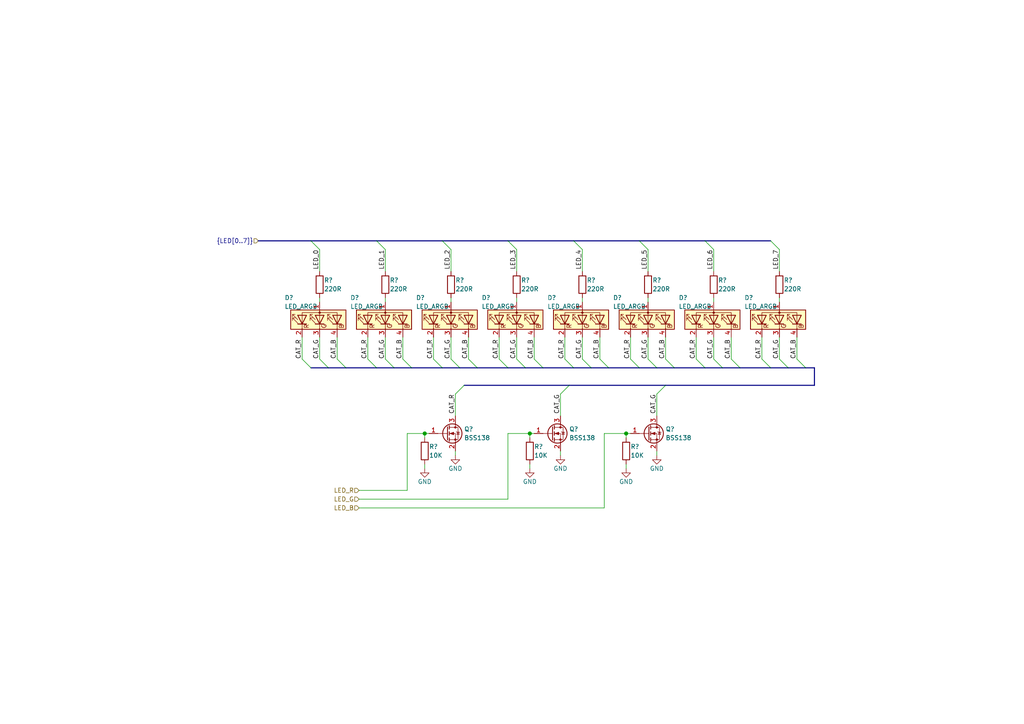
<source format=kicad_sch>
(kicad_sch (version 20200820) (host eeschema "5.99.0-unknown-b0af66afc~103~ubuntu20.04.1")
  (page 3 6)
  (paper "A4")
  (lib_symbols
    (symbol "Device:LED_ARGB" (pin_names (offset 0) hide)
      (property "Reference" "D" (at 0 9.398 0))
      (property "Value" "LED_ARGB" (at 0 -8.89 0))
      (symbol "LED_ARGB_0_1"
        (circle (center 2.032 0) (radius 0.254) (fill (type outline)))
        (rectangle (start 1.27 -1.27) (end 1.27 1.27))
        (rectangle (start 1.27 1.27) (end 1.27 1.27))
        (rectangle (start 1.27 3.81) (end 1.27 6.35))
        (rectangle (start 1.27 6.35) (end 1.27 6.35))
        (rectangle (start 2.794 8.382) (end -2.794 -7.62) (stroke (width 0.254)) (fill (type background)))
        (polyline (pts (xy -1.27 -5.08) (xy -2.54 -5.08)))
        (polyline (pts (xy -1.27 -5.08) (xy 1.27 -5.08)))
        (polyline (pts (xy -1.27 -3.81) (xy -1.27 -6.35)) (stroke (width 0.254)))
        (polyline (pts (xy -1.27 0) (xy -2.54 0)))
        (polyline (pts (xy -1.27 1.27) (xy -1.27 -1.27)) (stroke (width 0.254)))
        (polyline (pts (xy -1.27 5.08) (xy -2.54 5.08)))
        (polyline (pts (xy -1.27 5.08) (xy 1.27 5.08)))
        (polyline (pts (xy -1.27 6.35) (xy -1.27 3.81)) (stroke (width 0.254)))
        (polyline (pts (xy 1.27 0) (xy -1.27 0)))
        (polyline (pts (xy 1.27 0) (xy 2.54 0)))
        (polyline (pts (xy -1.27 1.27) (xy -1.27 -1.27) (xy -1.27 -1.27)))
        (polyline (pts (xy -1.27 6.35) (xy -1.27 3.81) (xy -1.27 3.81)))
        (polyline (pts (xy 1.27 -5.08) (xy 2.032 -5.08) (xy 2.032 5.08) (xy 1.27 5.08)))
        (polyline (pts (xy 1.27 -3.81) (xy 1.27 -6.35) (xy -1.27 -5.08) (xy 1.27 -3.81)) (stroke (width 0.254)))
        (polyline (pts (xy 1.27 1.27) (xy 1.27 -1.27) (xy -1.27 0) (xy 1.27 1.27)) (stroke (width 0.254)))
        (polyline (pts (xy 1.27 6.35) (xy 1.27 3.81) (xy -1.27 5.08) (xy 1.27 6.35)) (stroke (width 0.254)))
        (polyline (pts (xy -1.016 -3.81) (xy 0.508 -2.286) (xy -0.254 -2.286) (xy 0.508 -2.286) (xy 0.508 -3.048)))
        (polyline (pts (xy -1.016 1.27) (xy 0.508 2.794) (xy -0.254 2.794) (xy 0.508 2.794) (xy 0.508 2.032)))
        (polyline (pts (xy -1.016 6.35) (xy 0.508 7.874) (xy -0.254 7.874) (xy 0.508 7.874) (xy 0.508 7.112)))
        (polyline (pts (xy 0 -3.81) (xy 1.524 -2.286) (xy 0.762 -2.286) (xy 1.524 -2.286) (xy 1.524 -3.048)))
        (polyline (pts (xy 0 1.27) (xy 1.524 2.794) (xy 0.762 2.794) (xy 1.524 2.794) (xy 1.524 2.032)))
        (polyline (pts (xy 0 6.35) (xy 1.524 7.874) (xy 0.762 7.874) (xy 1.524 7.874) (xy 1.524 7.112)))
      )
      (symbol "LED_ARGB_0_0"
        (text "B" (at -1.905 -6.35 0) (effects (font (size 1.27 1.27))))
        (text "G" (at -1.905 -1.27 0) (effects (font (size 1.27 1.27))))
        (text "R" (at -1.905 3.81 0) (effects (font (size 1.27 1.27))))
      )
      (symbol "LED_ARGB_1_1"
        (pin passive line (at 5.08 0 180) (length 2.54) (name "A") (number "1"))
        (pin passive line (at -5.08 5.08 0) (length 2.54) (name "RK") (number "2"))
        (pin passive line (at -5.08 0 0) (length 2.54) (name "GK") (number "3"))
        (pin passive line (at -5.08 -5.08 0) (length 2.54) (name "BK") (number "4"))
      )
    )
    (symbol "Device:R" (pin_numbers hide) (pin_names (offset 0))
      (property "Reference" "R" (at 2.032 0 90))
      (property "Value" "R" (at 0 0 90))
      (symbol "R_0_1"
        (rectangle (start -1.016 -2.54) (end 1.016 2.54) (stroke (width 0.254)))
      )
      (symbol "R_1_1"
        (pin passive line (at 0 3.81 270) (length 1.27) (name "~") (number "1"))
        (pin passive line (at 0 -3.81 90) (length 1.27) (name "~") (number "2"))
      )
    )
    (symbol "Transistor_FET:BSS138" (pin_names (offset 0.508) hide)
      (property "Reference" "Q" (at 5.08 1.905 0))
      (property "Value" "BSS138" (at 5.08 0 0))
      (symbol "BSS138_0_1"
        (circle (center 1.651 0) (radius 2.794) (stroke (width 0.254)))
        (circle (center 2.54 -1.778) (radius 0.254) (fill (type outline)))
        (circle (center 2.54 1.778) (radius 0.254) (fill (type outline)))
        (polyline (pts (xy 0.254 0) (xy -2.54 0)))
        (polyline (pts (xy 0.254 1.905) (xy 0.254 -1.905)) (stroke (width 0.254)))
        (polyline (pts (xy 0.762 -1.27) (xy 0.762 -2.286)) (stroke (width 0.254)))
        (polyline (pts (xy 0.762 0.508) (xy 0.762 -0.508)) (stroke (width 0.254)))
        (polyline (pts (xy 0.762 2.286) (xy 0.762 1.27)) (stroke (width 0.254)))
        (polyline (pts (xy 2.54 2.54) (xy 2.54 1.778)))
        (polyline (pts (xy 2.54 -2.54) (xy 2.54 0) (xy 0.762 0)))
        (polyline (pts (xy 0.762 -1.778) (xy 3.302 -1.778) (xy 3.302 1.778) (xy 0.762 1.778)))
        (polyline (pts (xy 1.016 0) (xy 2.032 0.381) (xy 2.032 -0.381) (xy 1.016 0)) (fill (type outline)))
        (polyline (pts (xy 2.794 0.508) (xy 2.921 0.381) (xy 3.683 0.381) (xy 3.81 0.254)))
        (polyline (pts (xy 3.302 0.381) (xy 2.921 -0.254) (xy 3.683 -0.254) (xy 3.302 0.381)))
      )
      (symbol "BSS138_1_1"
        (pin input line (at -5.08 0 0) (length 2.54) (name "G") (number "1"))
        (pin passive line (at 2.54 -5.08 90) (length 2.54) (name "S") (number "2"))
        (pin passive line (at 2.54 5.08 270) (length 2.54) (name "D") (number "3"))
      )
    )
    (symbol "power:GND" (power) (pin_names (offset 0))
      (property "Value" "GND" (at 0 -3.81 0))
      (symbol "GND_0_1"
        (polyline (pts (xy 0 0) (xy 0 -1.27) (xy 1.27 -1.27) (xy 0 -2.54) (xy -1.27 -1.27) (xy 0 -1.27)))
      )
      (symbol "GND_1_1"
        (pin power_in line (at 0 0 270) (length 0) hide (name "GND") (number "1"))
      )
    )
  )
  (junction (at 123.19 125.73) (diameter 1.016))
  (junction (at 153.67 125.73) (diameter 1.016))
  (junction (at 181.61 125.73) (diameter 1.016))
  (bus_entry (at 87.63 104.14) (size 2.54 2.54) (stroke (width 0.1524)))
  (bus_entry (at 90.17 69.85) (size 2.54 2.54) (stroke (width 0.1524)))
  (bus_entry (at 92.71 104.14) (size 2.54 2.54) (stroke (width 0.1524)))
  (bus_entry (at 97.79 104.14) (size 2.54 2.54) (stroke (width 0.1524)))
  (bus_entry (at 106.68 104.14) (size 2.54 2.54) (stroke (width 0.1524)))
  (bus_entry (at 109.22 69.85) (size 2.54 2.54) (stroke (width 0.1524)))
  (bus_entry (at 111.76 104.14) (size 2.54 2.54) (stroke (width 0.1524)))
  (bus_entry (at 116.84 104.14) (size 2.54 2.54) (stroke (width 0.1524)))
  (bus_entry (at 125.73 104.14) (size 2.54 2.54) (stroke (width 0.1524)))
  (bus_entry (at 128.27 69.85) (size 2.54 2.54) (stroke (width 0.1524)))
  (bus_entry (at 130.81 104.14) (size 2.54 2.54) (stroke (width 0.1524)))
  (bus_entry (at 134.62 111.76) (size -2.54 2.54) (stroke (width 0.1524)))
  (bus_entry (at 135.89 104.14) (size 2.54 2.54) (stroke (width 0.1524)))
  (bus_entry (at 144.78 104.14) (size 2.54 2.54) (stroke (width 0.1524)))
  (bus_entry (at 147.32 69.85) (size 2.54 2.54) (stroke (width 0.1524)))
  (bus_entry (at 149.86 104.14) (size 2.54 2.54) (stroke (width 0.1524)))
  (bus_entry (at 154.94 104.14) (size 2.54 2.54) (stroke (width 0.1524)))
  (bus_entry (at 163.83 104.14) (size 2.54 2.54) (stroke (width 0.1524)))
  (bus_entry (at 165.1 111.76) (size -2.54 2.54) (stroke (width 0.1524)))
  (bus_entry (at 166.37 69.85) (size 2.54 2.54) (stroke (width 0.1524)))
  (bus_entry (at 168.91 104.14) (size 2.54 2.54) (stroke (width 0.1524)))
  (bus_entry (at 173.99 104.14) (size 2.54 2.54) (stroke (width 0.1524)))
  (bus_entry (at 182.88 104.14) (size 2.54 2.54) (stroke (width 0.1524)))
  (bus_entry (at 185.42 69.85) (size 2.54 2.54) (stroke (width 0.1524)))
  (bus_entry (at 187.96 104.14) (size 2.54 2.54) (stroke (width 0.1524)))
  (bus_entry (at 193.04 104.14) (size 2.54 2.54) (stroke (width 0.1524)))
  (bus_entry (at 193.04 111.76) (size -2.54 2.54) (stroke (width 0.1524)))
  (bus_entry (at 201.93 104.14) (size 2.54 2.54) (stroke (width 0.1524)))
  (bus_entry (at 204.47 69.85) (size 2.54 2.54) (stroke (width 0.1524)))
  (bus_entry (at 207.01 104.14) (size 2.54 2.54) (stroke (width 0.1524)))
  (bus_entry (at 212.09 104.14) (size 2.54 2.54) (stroke (width 0.1524)))
  (bus_entry (at 220.98 104.14) (size 2.54 2.54) (stroke (width 0.1524)))
  (bus_entry (at 223.52 69.85) (size 2.54 2.54) (stroke (width 0.1524)))
  (bus_entry (at 226.06 104.14) (size 2.54 2.54) (stroke (width 0.1524)))
  (bus_entry (at 231.14 104.14) (size 2.54 2.54) (stroke (width 0.1524)))
  (wire (pts (xy 87.63 97.79) (xy 87.63 104.14)))
  (wire (pts (xy 92.71 72.39) (xy 92.71 78.74)))
  (wire (pts (xy 92.71 86.36) (xy 92.71 87.63)))
  (wire (pts (xy 92.71 97.79) (xy 92.71 104.14)))
  (wire (pts (xy 97.79 97.79) (xy 97.79 104.14)))
  (wire (pts (xy 104.14 142.24) (xy 118.11 142.24)))
  (wire (pts (xy 104.14 144.78) (xy 147.32 144.78)))
  (wire (pts (xy 104.14 147.32) (xy 175.26 147.32)))
  (wire (pts (xy 106.68 97.79) (xy 106.68 104.14)))
  (wire (pts (xy 111.76 72.39) (xy 111.76 78.74)))
  (wire (pts (xy 111.76 86.36) (xy 111.76 87.63)))
  (wire (pts (xy 111.76 97.79) (xy 111.76 104.14)))
  (wire (pts (xy 116.84 97.79) (xy 116.84 104.14)))
  (wire (pts (xy 118.11 125.73) (xy 118.11 142.24)))
  (wire (pts (xy 118.11 125.73) (xy 123.19 125.73)))
  (wire (pts (xy 123.19 125.73) (xy 123.19 127)))
  (wire (pts (xy 123.19 125.73) (xy 124.46 125.73)))
  (wire (pts (xy 123.19 134.62) (xy 123.19 135.89)))
  (wire (pts (xy 125.73 97.79) (xy 125.73 104.14)))
  (wire (pts (xy 130.81 72.39) (xy 130.81 78.74)))
  (wire (pts (xy 130.81 86.36) (xy 130.81 87.63)))
  (wire (pts (xy 130.81 97.79) (xy 130.81 104.14)))
  (wire (pts (xy 132.08 120.65) (xy 132.08 114.3)))
  (wire (pts (xy 132.08 130.81) (xy 132.08 132.08)))
  (wire (pts (xy 135.89 97.79) (xy 135.89 104.14)))
  (wire (pts (xy 144.78 97.79) (xy 144.78 104.14)))
  (wire (pts (xy 147.32 125.73) (xy 147.32 144.78)))
  (wire (pts (xy 147.32 125.73) (xy 153.67 125.73)))
  (wire (pts (xy 149.86 72.39) (xy 149.86 78.74)))
  (wire (pts (xy 149.86 86.36) (xy 149.86 87.63)))
  (wire (pts (xy 149.86 97.79) (xy 149.86 104.14)))
  (wire (pts (xy 153.67 125.73) (xy 153.67 127)))
  (wire (pts (xy 153.67 125.73) (xy 154.94 125.73)))
  (wire (pts (xy 153.67 134.62) (xy 153.67 135.89)))
  (wire (pts (xy 154.94 97.79) (xy 154.94 104.14)))
  (wire (pts (xy 162.56 120.65) (xy 162.56 114.3)))
  (wire (pts (xy 162.56 130.81) (xy 162.56 132.08)))
  (wire (pts (xy 163.83 97.79) (xy 163.83 104.14)))
  (wire (pts (xy 168.91 72.39) (xy 168.91 78.74)))
  (wire (pts (xy 168.91 86.36) (xy 168.91 87.63)))
  (wire (pts (xy 168.91 97.79) (xy 168.91 104.14)))
  (wire (pts (xy 173.99 97.79) (xy 173.99 104.14)))
  (wire (pts (xy 175.26 125.73) (xy 175.26 147.32)))
  (wire (pts (xy 175.26 125.73) (xy 181.61 125.73)))
  (wire (pts (xy 181.61 125.73) (xy 181.61 127)))
  (wire (pts (xy 181.61 125.73) (xy 182.88 125.73)))
  (wire (pts (xy 181.61 134.62) (xy 181.61 135.89)))
  (wire (pts (xy 182.88 97.79) (xy 182.88 104.14)))
  (wire (pts (xy 187.96 72.39) (xy 187.96 78.74)))
  (wire (pts (xy 187.96 86.36) (xy 187.96 87.63)))
  (wire (pts (xy 187.96 97.79) (xy 187.96 104.14)))
  (wire (pts (xy 190.5 120.65) (xy 190.5 114.3)))
  (wire (pts (xy 190.5 130.81) (xy 190.5 132.08)))
  (wire (pts (xy 193.04 97.79) (xy 193.04 104.14)))
  (wire (pts (xy 201.93 97.79) (xy 201.93 104.14)))
  (wire (pts (xy 207.01 72.39) (xy 207.01 78.74)))
  (wire (pts (xy 207.01 86.36) (xy 207.01 87.63)))
  (wire (pts (xy 207.01 97.79) (xy 207.01 104.14)))
  (wire (pts (xy 212.09 97.79) (xy 212.09 104.14)))
  (wire (pts (xy 220.98 97.79) (xy 220.98 104.14)))
  (wire (pts (xy 226.06 72.39) (xy 226.06 78.74)))
  (wire (pts (xy 226.06 86.36) (xy 226.06 87.63)))
  (wire (pts (xy 226.06 97.79) (xy 226.06 104.14)))
  (wire (pts (xy 231.14 97.79) (xy 231.14 104.14)))
  (bus (pts (xy 74.93 69.85) (xy 90.17 69.85)))
  (bus (pts (xy 90.17 69.85) (xy 109.22 69.85)))
  (bus (pts (xy 90.17 106.68) (xy 95.25 106.68)))
  (bus (pts (xy 95.25 106.68) (xy 100.33 106.68)))
  (bus (pts (xy 100.33 106.68) (xy 109.22 106.68)))
  (bus (pts (xy 109.22 69.85) (xy 128.27 69.85)))
  (bus (pts (xy 109.22 106.68) (xy 114.3 106.68)))
  (bus (pts (xy 114.3 106.68) (xy 119.38 106.68)))
  (bus (pts (xy 119.38 106.68) (xy 128.27 106.68)))
  (bus (pts (xy 128.27 69.85) (xy 147.32 69.85)))
  (bus (pts (xy 128.27 106.68) (xy 133.35 106.68)))
  (bus (pts (xy 133.35 106.68) (xy 138.43 106.68)))
  (bus (pts (xy 134.62 111.76) (xy 165.1 111.76)))
  (bus (pts (xy 138.43 106.68) (xy 147.32 106.68)))
  (bus (pts (xy 147.32 69.85) (xy 166.37 69.85)))
  (bus (pts (xy 147.32 106.68) (xy 152.4 106.68)))
  (bus (pts (xy 152.4 106.68) (xy 157.48 106.68)))
  (bus (pts (xy 157.48 106.68) (xy 166.37 106.68)))
  (bus (pts (xy 165.1 111.76) (xy 193.04 111.76)))
  (bus (pts (xy 166.37 69.85) (xy 185.42 69.85)))
  (bus (pts (xy 166.37 106.68) (xy 171.45 106.68)))
  (bus (pts (xy 171.45 106.68) (xy 176.53 106.68)))
  (bus (pts (xy 176.53 106.68) (xy 185.42 106.68)))
  (bus (pts (xy 185.42 69.85) (xy 204.47 69.85)))
  (bus (pts (xy 185.42 106.68) (xy 190.5 106.68)))
  (bus (pts (xy 190.5 106.68) (xy 195.58 106.68)))
  (bus (pts (xy 193.04 111.76) (xy 236.22 111.76)))
  (bus (pts (xy 195.58 106.68) (xy 204.47 106.68)))
  (bus (pts (xy 204.47 69.85) (xy 223.52 69.85)))
  (bus (pts (xy 204.47 106.68) (xy 209.55 106.68)))
  (bus (pts (xy 209.55 106.68) (xy 214.63 106.68)))
  (bus (pts (xy 214.63 106.68) (xy 223.52 106.68)))
  (bus (pts (xy 223.52 106.68) (xy 228.6 106.68)))
  (bus (pts (xy 228.6 106.68) (xy 233.68 106.68)))
  (bus (pts (xy 233.68 106.68) (xy 236.22 106.68)))
  (bus (pts (xy 236.22 106.68) (xy 236.22 111.76)))
  (label "CAT_R" (at 87.63 104.14 90))
  (label "LED_0" (at 92.71 72.39 270))
  (label "CAT_G" (at 92.71 104.14 90))
  (label "CAT_B" (at 97.79 104.14 90))
  (label "CAT_R" (at 106.68 104.14 90))
  (label "LED_1" (at 111.76 72.39 270))
  (label "CAT_G" (at 111.76 104.14 90))
  (label "CAT_B" (at 116.84 104.14 90))
  (label "CAT_R" (at 125.73 104.14 90))
  (label "LED_2" (at 130.81 72.39 270))
  (label "CAT_G" (at 130.81 104.14 90))
  (label "CAT_R" (at 132.08 114.3 270))
  (label "CAT_B" (at 135.89 104.14 90))
  (label "CAT_R" (at 144.78 104.14 90))
  (label "LED_3" (at 149.86 72.39 270))
  (label "CAT_G" (at 149.86 104.14 90))
  (label "CAT_B" (at 154.94 104.14 90))
  (label "CAT_G" (at 162.56 114.3 270))
  (label "CAT_R" (at 163.83 104.14 90))
  (label "LED_4" (at 168.91 72.39 270))
  (label "CAT_G" (at 168.91 104.14 90))
  (label "CAT_B" (at 173.99 104.14 90))
  (label "CAT_R" (at 182.88 104.14 90))
  (label "LED_5" (at 187.96 72.39 270))
  (label "CAT_G" (at 187.96 104.14 90))
  (label "CAT_G" (at 190.5 114.3 270))
  (label "CAT_B" (at 193.04 104.14 90))
  (label "CAT_R" (at 201.93 104.14 90))
  (label "LED_6" (at 207.01 72.39 270))
  (label "CAT_G" (at 207.01 104.14 90))
  (label "CAT_B" (at 212.09 104.14 90))
  (label "CAT_R" (at 220.98 104.14 90))
  (label "LED_7" (at 226.06 72.39 270))
  (label "CAT_G" (at 226.06 104.14 90))
  (label "CAT_B" (at 231.14 104.14 90))
  (hierarchical_label "{LED[0..7]}" (shape input) (at 74.93 69.85 180))
  (hierarchical_label "LED_R" (shape input) (at 104.14 142.24 180))
  (hierarchical_label "LED_G" (shape input) (at 104.14 144.78 180))
  (hierarchical_label "LED_B" (shape input) (at 104.14 147.32 180))
  (symbol (lib_id "power:GND") (at 123.19 135.89 0) (unit 1)
    (property "Reference" "#PWR?" (effects hide))
    (property "Value" "GND" (at 123.19 139.7 0))
  )
  (symbol (lib_id "power:GND") (at 132.08 132.08 0) (unit 1)
    (property "Reference" "#PWR?" (effects hide))
    (property "Value" "GND" (at 132.08 135.89 0))
  )
  (symbol (lib_id "power:GND") (at 153.67 135.89 0) (unit 1)
    (property "Reference" "#PWR?" (effects hide))
    (property "Value" "GND" (at 153.67 139.7 0))
  )
  (symbol (lib_id "power:GND") (at 162.56 132.08 0) (unit 1)
    (property "Reference" "#PWR?" (effects hide))
    (property "Value" "GND" (at 162.56 135.89 0))
  )
  (symbol (lib_id "power:GND") (at 181.61 135.89 0) (unit 1)
    (property "Reference" "#PWR?" (effects hide))
    (property "Value" "GND" (at 181.61 139.7 0))
  )
  (symbol (lib_id "power:GND") (at 190.5 132.08 0) (unit 1)
    (property "Reference" "#PWR?" (effects hide))
    (property "Value" "GND" (at 190.5 135.89 0))
  )
  (symbol (lib_id "Device:R") (at 92.71 82.55 0) (unit 1)
    (property "Reference" "R?" (at 93.98 81.28 0) (effects (justify left)))
    (property "Value" "220R" (at 93.98 83.82 0) (effects (justify left)))
  )
  (symbol (lib_id "Device:R") (at 111.76 82.55 0) (unit 1)
    (property "Reference" "R?" (at 113.03 81.28 0) (effects (justify left)))
    (property "Value" "220R" (at 113.03 83.82 0) (effects (justify left)))
  )
  (symbol (lib_id "Device:R") (at 123.19 130.81 0) (unit 1)
    (property "Reference" "R?" (at 124.46 129.54 0) (effects (justify left)))
    (property "Value" "10K" (at 124.46 132.08 0) (effects (justify left)))
  )
  (symbol (lib_id "Device:R") (at 130.81 82.55 0) (unit 1)
    (property "Reference" "R?" (at 132.08 81.28 0) (effects (justify left)))
    (property "Value" "220R" (at 132.08 83.82 0) (effects (justify left)))
  )
  (symbol (lib_id "Device:R") (at 149.86 82.55 0) (unit 1)
    (property "Reference" "R?" (at 151.13 81.28 0) (effects (justify left)))
    (property "Value" "220R" (at 151.13 83.82 0) (effects (justify left)))
  )
  (symbol (lib_id "Device:R") (at 153.67 130.81 0) (unit 1)
    (property "Reference" "R?" (at 154.94 129.54 0) (effects (justify left)))
    (property "Value" "10K" (at 154.94 132.08 0) (effects (justify left)))
  )
  (symbol (lib_id "Device:R") (at 168.91 82.55 0) (unit 1)
    (property "Reference" "R?" (at 170.18 81.28 0) (effects (justify left)))
    (property "Value" "220R" (at 170.18 83.82 0) (effects (justify left)))
  )
  (symbol (lib_id "Device:R") (at 181.61 130.81 0) (unit 1)
    (property "Reference" "R?" (at 182.88 129.54 0) (effects (justify left)))
    (property "Value" "10K" (at 182.88 132.08 0) (effects (justify left)))
  )
  (symbol (lib_id "Device:R") (at 187.96 82.55 0) (unit 1)
    (property "Reference" "R?" (at 189.23 81.28 0) (effects (justify left)))
    (property "Value" "220R" (at 189.23 83.82 0) (effects (justify left)))
  )
  (symbol (lib_id "Device:R") (at 207.01 82.55 0) (unit 1)
    (property "Reference" "R?" (at 208.28 81.28 0) (effects (justify left)))
    (property "Value" "220R" (at 208.28 83.82 0) (effects (justify left)))
  )
  (symbol (lib_id "Device:R") (at 226.06 82.55 0) (unit 1)
    (property "Reference" "R?" (at 227.33 81.28 0) (effects (justify left)))
    (property "Value" "220R" (at 227.33 83.82 0) (effects (justify left)))
  )
  (symbol (lib_id "Transistor_FET:BSS138") (at 129.54 125.73 0) (unit 1)
    (property "Reference" "Q?" (at 134.62 124.46 0) (effects (justify left)))
    (property "Value" "BSS138" (at 134.62 127 0) (effects (justify left)))
    (property "Footprint" "Package_TO_SOT_SMD:SOT-23" (effects hide))
    (property "Datasheet" "https://www.onsemi.com/pub/Collateral/BSS138-D.PDF" (effects hide))
  )
  (symbol (lib_id "Transistor_FET:BSS138") (at 160.02 125.73 0) (unit 1)
    (property "Reference" "Q?" (at 165.1 124.46 0) (effects (justify left)))
    (property "Value" "BSS138" (at 165.1 127 0) (effects (justify left)))
    (property "Footprint" "Package_TO_SOT_SMD:SOT-23" (effects hide))
    (property "Datasheet" "https://www.onsemi.com/pub/Collateral/BSS138-D.PDF" (effects hide))
  )
  (symbol (lib_id "Transistor_FET:BSS138") (at 187.96 125.73 0) (unit 1)
    (property "Reference" "Q?" (at 193.04 124.46 0) (effects (justify left)))
    (property "Value" "BSS138" (at 193.04 127 0) (effects (justify left)))
    (property "Footprint" "Package_TO_SOT_SMD:SOT-23" (effects hide))
    (property "Datasheet" "https://www.onsemi.com/pub/Collateral/BSS138-D.PDF" (effects hide))
  )
  (symbol (lib_id "Device:LED_ARGB") (at 92.71 92.71 90) (unit 1)
    (property "Reference" "D?" (at 82.55 86.36 90) (effects (justify right)))
    (property "Value" "LED_ARGB" (at 82.55 88.9 90) (effects (justify right)))
  )
  (symbol (lib_id "Device:LED_ARGB") (at 111.76 92.71 90) (unit 1)
    (property "Reference" "D?" (at 101.6 86.36 90) (effects (justify right)))
    (property "Value" "LED_ARGB" (at 101.6 88.9 90) (effects (justify right)))
  )
  (symbol (lib_id "Device:LED_ARGB") (at 130.81 92.71 90) (unit 1)
    (property "Reference" "D?" (at 120.65 86.36 90) (effects (justify right)))
    (property "Value" "LED_ARGB" (at 120.65 88.9 90) (effects (justify right)))
  )
  (symbol (lib_id "Device:LED_ARGB") (at 149.86 92.71 90) (unit 1)
    (property "Reference" "D?" (at 139.7 86.36 90) (effects (justify right)))
    (property "Value" "LED_ARGB" (at 139.7 88.9 90) (effects (justify right)))
  )
  (symbol (lib_id "Device:LED_ARGB") (at 168.91 92.71 90) (unit 1)
    (property "Reference" "D?" (at 158.75 86.36 90) (effects (justify right)))
    (property "Value" "LED_ARGB" (at 158.75 88.9 90) (effects (justify right)))
  )
  (symbol (lib_id "Device:LED_ARGB") (at 187.96 92.71 90) (unit 1)
    (property "Reference" "D?" (at 177.8 86.36 90) (effects (justify right)))
    (property "Value" "LED_ARGB" (at 177.8 88.9 90) (effects (justify right)))
  )
  (symbol (lib_id "Device:LED_ARGB") (at 207.01 92.71 90) (unit 1)
    (property "Reference" "D?" (at 196.85 86.36 90) (effects (justify right)))
    (property "Value" "LED_ARGB" (at 196.85 88.9 90) (effects (justify right)))
  )
  (symbol (lib_id "Device:LED_ARGB") (at 226.06 92.71 90) (unit 1)
    (property "Reference" "D?" (at 215.9 86.36 90) (effects (justify right)))
    (property "Value" "LED_ARGB" (at 215.9 88.9 90) (effects (justify right)))
  )
)
</source>
